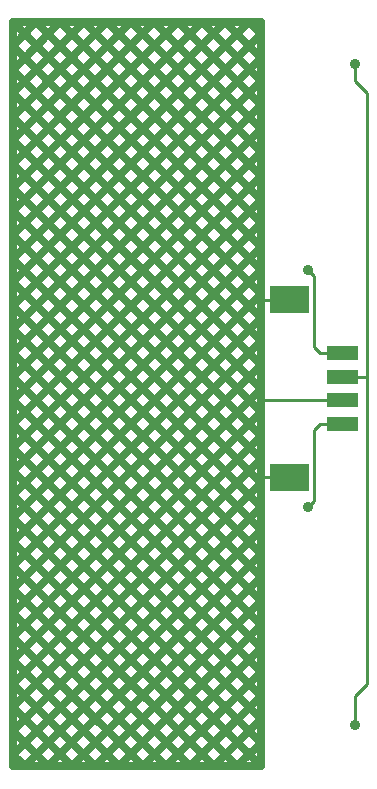
<source format=gbr>
G04 start of page 2 for group 0 idx 0 *
G04 Title: QT-Slider Large, top *
G04 Creator: pcb 1.99z *
G04 CreationDate: Sat 07 Feb 2015 05:56:42 PM GMT UTC *
G04 For: tgack *
G04 Format: Gerber/RS-274X *
G04 PCB-Dimensions (mil): 1259.84 2598.43 *
G04 PCB-Coordinate-Origin: lower left *
%MOIN*%
%FSLAX25Y25*%
%LNTOP*%
%ADD16C,0.0200*%
%ADD15C,0.0360*%
%ADD14R,0.0472X0.0472*%
%ADD13R,0.0906X0.0906*%
%ADD12C,0.0100*%
%ADD11C,0.0250*%
G54D11*X3937Y114173D02*X86614Y196850D01*
X3937Y106299D02*X86614Y188976D01*
X3937Y98425D02*X86614Y181102D01*
X3937Y177165D02*X86614Y94488D01*
X3937Y192913D02*X86614Y110236D01*
X3937Y185039D02*X86614Y102362D01*
G54D12*X96457Y104331D02*X86614D01*
X96457Y163386D02*X86614D01*
X104331Y120079D02*Y96457D01*
X102362Y94488D01*
X104331Y147638D02*Y171260D01*
X102362Y173228D01*
G54D11*X3937Y66929D02*X86614Y149606D01*
X3937Y59055D02*X86614Y141732D01*
X3937Y145669D02*X86614Y62992D01*
X3937Y51181D02*X86614Y133858D01*
X3937Y43307D02*X86614Y125984D01*
X3937Y137795D02*X86614Y55118D01*
X3937Y129921D02*X86614Y47244D01*
X3937Y35433D02*X86614Y118110D01*
X3937Y27559D02*X86614Y110236D01*
X3937Y122047D02*X86614Y39370D01*
X3937Y114173D02*X86614Y31496D01*
X3937Y19685D02*X86614Y102362D01*
X3937Y106299D02*X86614Y23622D01*
X3937Y98425D02*X86614Y15748D01*
X3937Y11811D02*X86614Y94488D01*
X7874Y7874D02*X86614Y86614D01*
X15748Y7874D02*X86614Y78740D01*
X3937Y90551D02*X86614Y7874D01*
X3937Y11811D02*X7874Y7874D01*
X3937D02*X86614D01*
X23622D02*X86614Y70866D01*
X31496Y7874D02*X86614Y62992D01*
X39370Y7874D02*X86614Y55118D01*
X47244Y7874D02*X86614Y47244D01*
X55118Y7874D02*X86614Y39370D01*
X62992Y7874D02*X86614Y31496D01*
X70866Y7874D02*X86614Y23622D01*
X78740Y7874D02*X86614Y15748D01*
G54D12*X118110Y21654D02*Y31496D01*
X122047Y35433D01*
G54D11*X3937Y82677D02*X78740Y7874D01*
X3937Y74803D02*X70866Y7874D01*
X3937Y66929D02*X62992Y7874D01*
X3937Y59055D02*X55118Y7874D01*
X3937Y51181D02*X47244Y7874D01*
X3937Y43307D02*X39370Y7874D01*
X3937Y35433D02*X31496Y7874D01*
X3937Y27559D02*X23622Y7874D01*
X3937Y19685D02*X15748Y7874D01*
X3937Y90551D02*X86614Y173228D01*
X3937Y82677D02*X86614Y165354D01*
X3937Y74803D02*X86614Y157480D01*
X3937Y169291D02*X86614Y86614D01*
X3937Y161417D02*X86614Y78740D01*
X3937Y153543D02*X86614Y70866D01*
X3937Y255906D02*Y7874D01*
X86614D02*Y255906D01*
X3937D01*
G54D12*X122047Y35433D02*Y232283D01*
X118110Y236220D01*
Y242126D01*
X122047Y137795D02*X114173D01*
Y129921D02*X86614D01*
G54D11*X3937Y169291D02*X86614Y251969D01*
X3937Y161417D02*X86614Y244094D01*
X3937Y153543D02*X86614Y236220D01*
X3937Y248031D02*X86614Y165354D01*
X3937Y240157D02*X86614Y157480D01*
X3937Y145669D02*X86614Y228346D01*
X3937Y137795D02*X86614Y220472D01*
X3937Y224409D02*X86614Y141732D01*
X3937Y255906D02*X86614Y173228D01*
X3937Y232283D02*X86614Y149606D01*
X3937Y129921D02*X86614Y212598D01*
X3937Y122047D02*X86614Y204724D01*
X3937Y216535D02*X86614Y133858D01*
X3937Y208661D02*X86614Y125984D01*
X3937Y200787D02*X86614Y118110D01*
G54D12*X114173Y122047D02*X106299D01*
X104331Y120079D01*
X114173Y145669D02*X106299D01*
X104331Y147638D01*
G54D11*X3937Y224409D02*X35433Y255906D01*
X3937Y216535D02*X43307Y255906D01*
X51181D02*X3937Y208661D01*
Y200787D02*X59055Y255906D01*
X3937Y248031D02*X11811Y255906D01*
X3937Y240157D02*X19685Y255906D01*
X27559D02*X3937Y232283D01*
X66929Y255906D02*X3937Y192913D01*
Y185039D02*X74803Y255906D01*
X82677D02*X3937Y177165D01*
X19685Y255906D02*X86614Y188976D01*
X11811Y255906D02*X86614Y181102D01*
X82677Y255906D02*X86614Y251969D01*
X74803Y255906D02*X86614Y244094D01*
X66929Y255906D02*X86614Y236220D01*
X59055Y255906D02*X86614Y228346D01*
X51181Y255906D02*X86614Y220472D01*
X43307Y255906D02*X86614Y212598D01*
X35433Y255906D02*X86614Y204724D01*
X27559Y255906D02*X86614Y196850D01*
G54D13*X94292Y104252D02*X98229D01*
X94292Y163464D02*X98229D01*
G54D14*X111024Y122047D02*X116536D01*
X111024Y129921D02*X116536D01*
X111024Y137795D02*X116536D01*
X111024Y145669D02*X116536D01*
G54D15*X118110Y21654D03*
Y242126D03*
X102362Y94488D03*
Y173228D03*
G54D16*M02*

</source>
